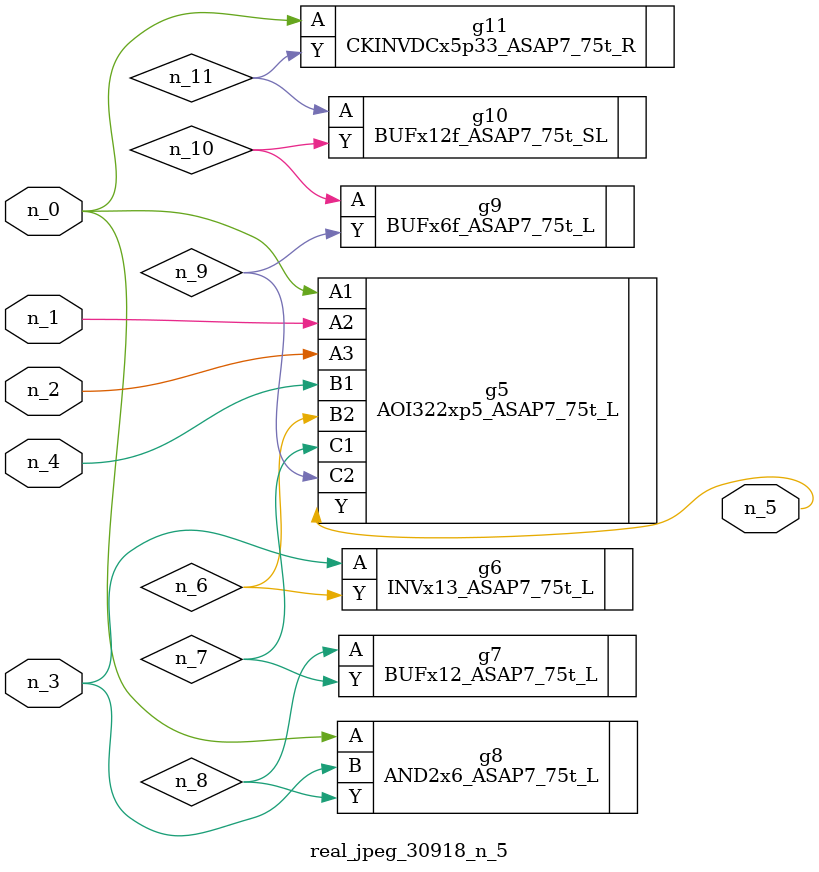
<source format=v>
module real_jpeg_30918_n_5 (n_4, n_0, n_1, n_2, n_3, n_5);

input n_4;
input n_0;
input n_1;
input n_2;
input n_3;

output n_5;

wire n_8;
wire n_11;
wire n_6;
wire n_7;
wire n_10;
wire n_9;

AOI322xp5_ASAP7_75t_L g5 ( 
.A1(n_0),
.A2(n_1),
.A3(n_2),
.B1(n_4),
.B2(n_6),
.C1(n_7),
.C2(n_9),
.Y(n_5)
);

AND2x6_ASAP7_75t_L g8 ( 
.A(n_0),
.B(n_3),
.Y(n_8)
);

CKINVDCx5p33_ASAP7_75t_R g11 ( 
.A(n_0),
.Y(n_11)
);

INVx13_ASAP7_75t_L g6 ( 
.A(n_3),
.Y(n_6)
);

BUFx12_ASAP7_75t_L g7 ( 
.A(n_8),
.Y(n_7)
);

BUFx6f_ASAP7_75t_L g9 ( 
.A(n_10),
.Y(n_9)
);

BUFx12f_ASAP7_75t_SL g10 ( 
.A(n_11),
.Y(n_10)
);


endmodule
</source>
